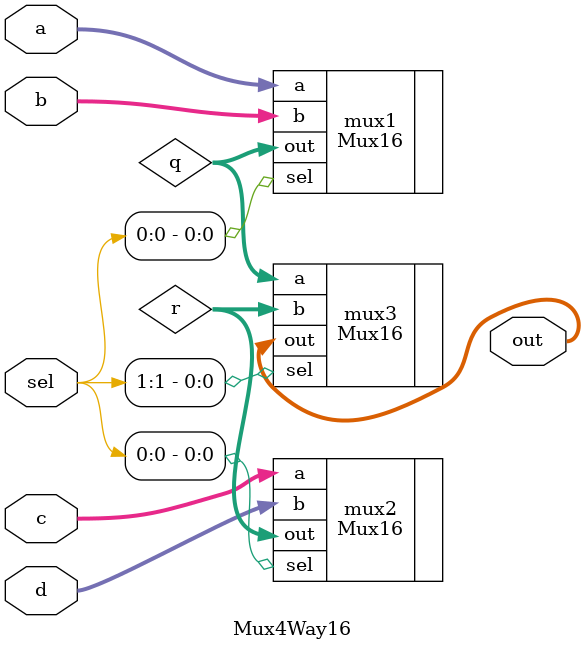
<source format=v>

`default_nettype none

module Mux4Way16(
    input wire [15:0] a,
    input wire [15:0] b,
    input wire [15:0] c,
    input wire [15:0] d,
    input wire [1:0] sel,
    output wire [15:0] out
);

    wire [15:0] q, r;

    // First two multiplexers: select between a-b and c-d
    Mux16 mux1 (
        .a(a),
        .b(b),
        .sel(sel[0]),
        .out(q)
    );

    Mux16 mux2 (
        .a(c),
        .b(d),
        .sel(sel[0]),
        .out(r)
    );

    // Final multiplexer: select between q and r based on sel[1]
    Mux16 mux3 (
        .a(q),
        .b(r),
        .sel(sel[1]),
        .out(out)
    );

endmodule




</source>
